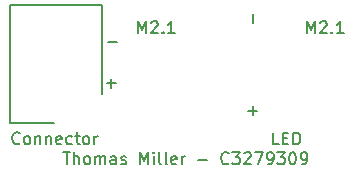
<source format=gbr>
G04 #@! TF.GenerationSoftware,KiCad,Pcbnew,(5.1.7)-1*
G04 #@! TF.CreationDate,2020-10-18T10:59:17+11:00*
G04 #@! TF.ProjectId,LED,4c45442e-6b69-4636-9164-5f7063625858,rev?*
G04 #@! TF.SameCoordinates,Original*
G04 #@! TF.FileFunction,Legend,Top*
G04 #@! TF.FilePolarity,Positive*
%FSLAX46Y46*%
G04 Gerber Fmt 4.6, Leading zero omitted, Abs format (unit mm)*
G04 Created by KiCad (PCBNEW (5.1.7)-1) date 2020-10-18 10:59:17*
%MOMM*%
%LPD*%
G01*
G04 APERTURE LIST*
%ADD10C,0.150000*%
%ADD11C,0.200000*%
G04 APERTURE END LIST*
D10*
X42166567Y-44334180D02*
X42737996Y-44334180D01*
X42452281Y-45334180D02*
X42452281Y-44334180D01*
X43071329Y-45334180D02*
X43071329Y-44334180D01*
X43499900Y-45334180D02*
X43499900Y-44810371D01*
X43452281Y-44715133D01*
X43357043Y-44667514D01*
X43214186Y-44667514D01*
X43118948Y-44715133D01*
X43071329Y-44762752D01*
X44118948Y-45334180D02*
X44023710Y-45286561D01*
X43976091Y-45238942D01*
X43928472Y-45143704D01*
X43928472Y-44857990D01*
X43976091Y-44762752D01*
X44023710Y-44715133D01*
X44118948Y-44667514D01*
X44261805Y-44667514D01*
X44357043Y-44715133D01*
X44404662Y-44762752D01*
X44452281Y-44857990D01*
X44452281Y-45143704D01*
X44404662Y-45238942D01*
X44357043Y-45286561D01*
X44261805Y-45334180D01*
X44118948Y-45334180D01*
X44880853Y-45334180D02*
X44880853Y-44667514D01*
X44880853Y-44762752D02*
X44928472Y-44715133D01*
X45023710Y-44667514D01*
X45166567Y-44667514D01*
X45261805Y-44715133D01*
X45309424Y-44810371D01*
X45309424Y-45334180D01*
X45309424Y-44810371D02*
X45357043Y-44715133D01*
X45452281Y-44667514D01*
X45595139Y-44667514D01*
X45690377Y-44715133D01*
X45737996Y-44810371D01*
X45737996Y-45334180D01*
X46642758Y-45334180D02*
X46642758Y-44810371D01*
X46595139Y-44715133D01*
X46499900Y-44667514D01*
X46309424Y-44667514D01*
X46214186Y-44715133D01*
X46642758Y-45286561D02*
X46547520Y-45334180D01*
X46309424Y-45334180D01*
X46214186Y-45286561D01*
X46166567Y-45191323D01*
X46166567Y-45096085D01*
X46214186Y-45000847D01*
X46309424Y-44953228D01*
X46547520Y-44953228D01*
X46642758Y-44905609D01*
X47071329Y-45286561D02*
X47166567Y-45334180D01*
X47357043Y-45334180D01*
X47452281Y-45286561D01*
X47499900Y-45191323D01*
X47499900Y-45143704D01*
X47452281Y-45048466D01*
X47357043Y-45000847D01*
X47214186Y-45000847D01*
X47118948Y-44953228D01*
X47071329Y-44857990D01*
X47071329Y-44810371D01*
X47118948Y-44715133D01*
X47214186Y-44667514D01*
X47357043Y-44667514D01*
X47452281Y-44715133D01*
X48690377Y-45334180D02*
X48690377Y-44334180D01*
X49023710Y-45048466D01*
X49357043Y-44334180D01*
X49357043Y-45334180D01*
X49833234Y-45334180D02*
X49833234Y-44667514D01*
X49833234Y-44334180D02*
X49785615Y-44381800D01*
X49833234Y-44429419D01*
X49880853Y-44381800D01*
X49833234Y-44334180D01*
X49833234Y-44429419D01*
X50452281Y-45334180D02*
X50357043Y-45286561D01*
X50309424Y-45191323D01*
X50309424Y-44334180D01*
X50976091Y-45334180D02*
X50880853Y-45286561D01*
X50833234Y-45191323D01*
X50833234Y-44334180D01*
X51737996Y-45286561D02*
X51642758Y-45334180D01*
X51452281Y-45334180D01*
X51357043Y-45286561D01*
X51309424Y-45191323D01*
X51309424Y-44810371D01*
X51357043Y-44715133D01*
X51452281Y-44667514D01*
X51642758Y-44667514D01*
X51737996Y-44715133D01*
X51785615Y-44810371D01*
X51785615Y-44905609D01*
X51309424Y-45000847D01*
X52214186Y-45334180D02*
X52214186Y-44667514D01*
X52214186Y-44857990D02*
X52261805Y-44762752D01*
X52309424Y-44715133D01*
X52404662Y-44667514D01*
X52499900Y-44667514D01*
X53595139Y-44953228D02*
X54357043Y-44953228D01*
X56166567Y-45238942D02*
X56118948Y-45286561D01*
X55976091Y-45334180D01*
X55880853Y-45334180D01*
X55737996Y-45286561D01*
X55642758Y-45191323D01*
X55595139Y-45096085D01*
X55547520Y-44905609D01*
X55547520Y-44762752D01*
X55595139Y-44572276D01*
X55642758Y-44477038D01*
X55737996Y-44381800D01*
X55880853Y-44334180D01*
X55976091Y-44334180D01*
X56118948Y-44381800D01*
X56166567Y-44429419D01*
X56499900Y-44334180D02*
X57118948Y-44334180D01*
X56785615Y-44715133D01*
X56928472Y-44715133D01*
X57023710Y-44762752D01*
X57071329Y-44810371D01*
X57118948Y-44905609D01*
X57118948Y-45143704D01*
X57071329Y-45238942D01*
X57023710Y-45286561D01*
X56928472Y-45334180D01*
X56642758Y-45334180D01*
X56547520Y-45286561D01*
X56499900Y-45238942D01*
X57499900Y-44429419D02*
X57547520Y-44381800D01*
X57642758Y-44334180D01*
X57880853Y-44334180D01*
X57976091Y-44381800D01*
X58023710Y-44429419D01*
X58071329Y-44524657D01*
X58071329Y-44619895D01*
X58023710Y-44762752D01*
X57452281Y-45334180D01*
X58071329Y-45334180D01*
X58404662Y-44334180D02*
X59071329Y-44334180D01*
X58642758Y-45334180D01*
X59499900Y-45334180D02*
X59690377Y-45334180D01*
X59785615Y-45286561D01*
X59833234Y-45238942D01*
X59928472Y-45096085D01*
X59976091Y-44905609D01*
X59976091Y-44524657D01*
X59928472Y-44429419D01*
X59880853Y-44381800D01*
X59785615Y-44334180D01*
X59595139Y-44334180D01*
X59499900Y-44381800D01*
X59452281Y-44429419D01*
X59404662Y-44524657D01*
X59404662Y-44762752D01*
X59452281Y-44857990D01*
X59499900Y-44905609D01*
X59595139Y-44953228D01*
X59785615Y-44953228D01*
X59880853Y-44905609D01*
X59928472Y-44857990D01*
X59976091Y-44762752D01*
X60309424Y-44334180D02*
X60928472Y-44334180D01*
X60595139Y-44715133D01*
X60737996Y-44715133D01*
X60833234Y-44762752D01*
X60880853Y-44810371D01*
X60928472Y-44905609D01*
X60928472Y-45143704D01*
X60880853Y-45238942D01*
X60833234Y-45286561D01*
X60737996Y-45334180D01*
X60452281Y-45334180D01*
X60357043Y-45286561D01*
X60309424Y-45238942D01*
X61547519Y-44334180D02*
X61642758Y-44334180D01*
X61737996Y-44381800D01*
X61785615Y-44429419D01*
X61833234Y-44524657D01*
X61880853Y-44715133D01*
X61880853Y-44953228D01*
X61833234Y-45143704D01*
X61785615Y-45238942D01*
X61737996Y-45286561D01*
X61642758Y-45334180D01*
X61547519Y-45334180D01*
X61452281Y-45286561D01*
X61404662Y-45238942D01*
X61357043Y-45143704D01*
X61309424Y-44953228D01*
X61309424Y-44715133D01*
X61357043Y-44524657D01*
X61404662Y-44429419D01*
X61452281Y-44381800D01*
X61547519Y-44334180D01*
X62357043Y-45334180D02*
X62547519Y-45334180D01*
X62642758Y-45286561D01*
X62690377Y-45238942D01*
X62785615Y-45096085D01*
X62833234Y-44905609D01*
X62833234Y-44524657D01*
X62785615Y-44429419D01*
X62737996Y-44381800D01*
X62642758Y-44334180D01*
X62452281Y-44334180D01*
X62357043Y-44381800D01*
X62309424Y-44429419D01*
X62261805Y-44524657D01*
X62261805Y-44762752D01*
X62309424Y-44857990D01*
X62357043Y-44905609D01*
X62452281Y-44953228D01*
X62642758Y-44953228D01*
X62737996Y-44905609D01*
X62785615Y-44857990D01*
X62833234Y-44762752D01*
X45959047Y-35031428D02*
X46720952Y-35031428D01*
X45849047Y-38501428D02*
X46610952Y-38501428D01*
X46230000Y-38882380D02*
X46230000Y-38120476D01*
D11*
X45430000Y-39380000D02*
X45430000Y-31880000D01*
X45430000Y-31880000D02*
X37630000Y-31880000D01*
X37630000Y-31880000D02*
X37630000Y-41880000D01*
X37630000Y-41880000D02*
X41430000Y-41880000D01*
D10*
X62826190Y-34252380D02*
X62826190Y-33252380D01*
X63159523Y-33966666D01*
X63492857Y-33252380D01*
X63492857Y-34252380D01*
X63921428Y-33347619D02*
X63969047Y-33300000D01*
X64064285Y-33252380D01*
X64302380Y-33252380D01*
X64397619Y-33300000D01*
X64445238Y-33347619D01*
X64492857Y-33442857D01*
X64492857Y-33538095D01*
X64445238Y-33680952D01*
X63873809Y-34252380D01*
X64492857Y-34252380D01*
X64921428Y-34157142D02*
X64969047Y-34204761D01*
X64921428Y-34252380D01*
X64873809Y-34204761D01*
X64921428Y-34157142D01*
X64921428Y-34252380D01*
X65921428Y-34252380D02*
X65350000Y-34252380D01*
X65635714Y-34252380D02*
X65635714Y-33252380D01*
X65540476Y-33395238D01*
X65445238Y-33490476D01*
X65350000Y-33538095D01*
X48526190Y-34252380D02*
X48526190Y-33252380D01*
X48859523Y-33966666D01*
X49192857Y-33252380D01*
X49192857Y-34252380D01*
X49621428Y-33347619D02*
X49669047Y-33300000D01*
X49764285Y-33252380D01*
X50002380Y-33252380D01*
X50097619Y-33300000D01*
X50145238Y-33347619D01*
X50192857Y-33442857D01*
X50192857Y-33538095D01*
X50145238Y-33680952D01*
X49573809Y-34252380D01*
X50192857Y-34252380D01*
X50621428Y-34157142D02*
X50669047Y-34204761D01*
X50621428Y-34252380D01*
X50573809Y-34204761D01*
X50621428Y-34157142D01*
X50621428Y-34252380D01*
X51621428Y-34252380D02*
X51050000Y-34252380D01*
X51335714Y-34252380D02*
X51335714Y-33252380D01*
X51240476Y-33395238D01*
X51145238Y-33490476D01*
X51050000Y-33538095D01*
X38477619Y-43547142D02*
X38430000Y-43594761D01*
X38287142Y-43642380D01*
X38191904Y-43642380D01*
X38049047Y-43594761D01*
X37953809Y-43499523D01*
X37906190Y-43404285D01*
X37858571Y-43213809D01*
X37858571Y-43070952D01*
X37906190Y-42880476D01*
X37953809Y-42785238D01*
X38049047Y-42690000D01*
X38191904Y-42642380D01*
X38287142Y-42642380D01*
X38430000Y-42690000D01*
X38477619Y-42737619D01*
X39049047Y-43642380D02*
X38953809Y-43594761D01*
X38906190Y-43547142D01*
X38858571Y-43451904D01*
X38858571Y-43166190D01*
X38906190Y-43070952D01*
X38953809Y-43023333D01*
X39049047Y-42975714D01*
X39191904Y-42975714D01*
X39287142Y-43023333D01*
X39334761Y-43070952D01*
X39382380Y-43166190D01*
X39382380Y-43451904D01*
X39334761Y-43547142D01*
X39287142Y-43594761D01*
X39191904Y-43642380D01*
X39049047Y-43642380D01*
X39810952Y-42975714D02*
X39810952Y-43642380D01*
X39810952Y-43070952D02*
X39858571Y-43023333D01*
X39953809Y-42975714D01*
X40096666Y-42975714D01*
X40191904Y-43023333D01*
X40239523Y-43118571D01*
X40239523Y-43642380D01*
X40715714Y-42975714D02*
X40715714Y-43642380D01*
X40715714Y-43070952D02*
X40763333Y-43023333D01*
X40858571Y-42975714D01*
X41001428Y-42975714D01*
X41096666Y-43023333D01*
X41144285Y-43118571D01*
X41144285Y-43642380D01*
X42001428Y-43594761D02*
X41906190Y-43642380D01*
X41715714Y-43642380D01*
X41620476Y-43594761D01*
X41572857Y-43499523D01*
X41572857Y-43118571D01*
X41620476Y-43023333D01*
X41715714Y-42975714D01*
X41906190Y-42975714D01*
X42001428Y-43023333D01*
X42049047Y-43118571D01*
X42049047Y-43213809D01*
X41572857Y-43309047D01*
X42906190Y-43594761D02*
X42810952Y-43642380D01*
X42620476Y-43642380D01*
X42525238Y-43594761D01*
X42477619Y-43547142D01*
X42430000Y-43451904D01*
X42430000Y-43166190D01*
X42477619Y-43070952D01*
X42525238Y-43023333D01*
X42620476Y-42975714D01*
X42810952Y-42975714D01*
X42906190Y-43023333D01*
X43191904Y-42975714D02*
X43572857Y-42975714D01*
X43334761Y-42642380D02*
X43334761Y-43499523D01*
X43382380Y-43594761D01*
X43477619Y-43642380D01*
X43572857Y-43642380D01*
X44049047Y-43642380D02*
X43953809Y-43594761D01*
X43906190Y-43547142D01*
X43858571Y-43451904D01*
X43858571Y-43166190D01*
X43906190Y-43070952D01*
X43953809Y-43023333D01*
X44049047Y-42975714D01*
X44191904Y-42975714D01*
X44287142Y-43023333D01*
X44334761Y-43070952D01*
X44382380Y-43166190D01*
X44382380Y-43451904D01*
X44334761Y-43547142D01*
X44287142Y-43594761D01*
X44191904Y-43642380D01*
X44049047Y-43642380D01*
X44810952Y-43642380D02*
X44810952Y-42975714D01*
X44810952Y-43166190D02*
X44858571Y-43070952D01*
X44906190Y-43023333D01*
X45001428Y-42975714D01*
X45096666Y-42975714D01*
X60427142Y-43662380D02*
X59950952Y-43662380D01*
X59950952Y-42662380D01*
X60760476Y-43138571D02*
X61093809Y-43138571D01*
X61236666Y-43662380D02*
X60760476Y-43662380D01*
X60760476Y-42662380D01*
X61236666Y-42662380D01*
X61665238Y-43662380D02*
X61665238Y-42662380D01*
X61903333Y-42662380D01*
X62046190Y-42710000D01*
X62141428Y-42805238D01*
X62189047Y-42900476D01*
X62236666Y-43090952D01*
X62236666Y-43233809D01*
X62189047Y-43424285D01*
X62141428Y-43519523D01*
X62046190Y-43614761D01*
X61903333Y-43662380D01*
X61665238Y-43662380D01*
X58223928Y-33380952D02*
X58223928Y-32619047D01*
X58223928Y-41190952D02*
X58223928Y-40429047D01*
X58604880Y-40810000D02*
X57842976Y-40810000D01*
M02*

</source>
